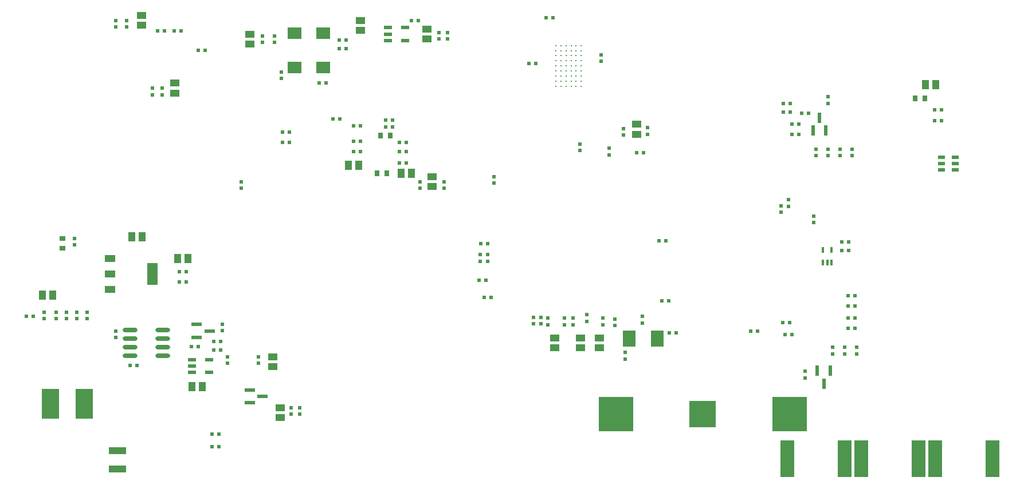
<source format=gbp>
%FSLAX25Y25*%
%MOIN*%
G70*
G01*
G75*
G04 Layer_Color=128*
%ADD10C,0.01000*%
%ADD11R,0.02362X0.01969*%
%ADD12R,0.01969X0.02362*%
%ADD13R,0.04331X0.05512*%
%ADD14R,0.05118X0.02165*%
%ADD15R,0.03150X0.03543*%
%ADD16R,0.02362X0.09843*%
%ADD17R,0.07874X0.21654*%
%ADD18O,0.02362X0.08465*%
%ADD19R,0.03543X0.03150*%
%ADD20R,0.03937X0.04724*%
%ADD21R,0.02165X0.05118*%
%ADD22O,0.06496X0.01181*%
%ADD23O,0.01181X0.06496*%
%ADD24R,0.08858X0.01969*%
%ADD25R,0.15748X0.08071*%
%ADD26R,0.05512X0.04331*%
%ADD27R,0.01575X0.03347*%
%ADD28C,0.01969*%
%ADD29O,0.06693X0.01181*%
%ADD30R,0.01772X0.08268*%
%ADD31O,0.01772X0.08268*%
%ADD32O,0.07087X0.01378*%
%ADD33R,0.01181X0.02953*%
%ADD34R,0.01181X0.03347*%
%ADD35R,0.02953X0.01181*%
%ADD36R,0.03347X0.01181*%
%ADD37R,0.21260X0.21260*%
%ADD38R,0.11024X0.03937*%
%ADD39R,0.03150X0.01181*%
%ADD40R,0.04921X0.15748*%
%ADD41C,0.00500*%
%ADD42C,0.00800*%
%ADD43C,0.01200*%
%ADD44C,0.01190*%
%ADD45C,0.01600*%
%ADD46C,0.02500*%
%ADD47C,0.03000*%
%ADD48C,0.02000*%
%ADD49C,0.01500*%
%ADD50C,0.05906*%
%ADD51R,0.05906X0.05906*%
%ADD52R,0.08661X0.08661*%
%ADD53C,0.04921*%
%ADD54C,0.06299*%
%ADD55C,0.06614*%
%ADD56R,0.05906X0.05906*%
%ADD57C,0.08661*%
%ADD58C,0.05709*%
%ADD59C,0.02000*%
%ADD60C,0.01600*%
%ADD61C,0.03200*%
%ADD62C,0.02600*%
%ADD63C,0.02400*%
%ADD64C,0.15000*%
%ADD65C,0.01800*%
%ADD66C,0.02200*%
%ADD67C,0.03600*%
%ADD68C,0.03000*%
%ADD69C,0.02900*%
%ADD70C,0.00600*%
%ADD71R,0.05900X0.12900*%
%ADD72R,0.05900X0.03900*%
%ADD73R,0.20000X0.20000*%
%ADD74R,0.15590X0.15590*%
%ADD75R,0.05906X0.02362*%
%ADD76R,0.03543X0.02756*%
%ADD77R,0.10236X0.04331*%
%ADD78R,0.07874X0.07087*%
%ADD79R,0.07480X0.09449*%
%ADD80C,0.01181*%
%ADD81R,0.02362X0.05906*%
%ADD82R,0.04331X0.02165*%
%ADD83O,0.08661X0.02362*%
%ADD84R,0.09843X0.17716*%
%ADD85C,0.04000*%
%ADD86C,0.01800*%
%ADD87C,0.05000*%
%ADD88C,0.00984*%
%ADD89C,0.02362*%
%ADD90C,0.00197*%
%ADD91C,0.00787*%
%ADD92C,0.00400*%
%ADD93R,0.01575X0.01181*%
%ADD94R,0.02962X0.02569*%
%ADD95R,0.02569X0.02962*%
%ADD96R,0.04931X0.06112*%
%ADD97R,0.05718X0.02765*%
%ADD98R,0.03750X0.04143*%
%ADD99R,0.02962X0.10443*%
%ADD100R,0.08474X0.22253*%
%ADD101O,0.02962X0.09065*%
%ADD102R,0.04143X0.03750*%
%ADD103R,0.04537X0.05324*%
%ADD104R,0.02765X0.05718*%
%ADD105O,0.07096X0.01781*%
%ADD106O,0.01781X0.07096*%
%ADD107R,0.09458X0.02569*%
%ADD108R,0.16348X0.08671*%
%ADD109R,0.06112X0.04931*%
%ADD110R,0.02175X0.03947*%
%ADD111C,0.02569*%
%ADD112O,0.07293X0.01781*%
%ADD113R,0.02372X0.08868*%
%ADD114O,0.02372X0.08868*%
%ADD115O,0.07687X0.01978*%
%ADD116R,0.01781X0.03553*%
%ADD117R,0.01781X0.03947*%
%ADD118R,0.03553X0.01781*%
%ADD119R,0.03947X0.01781*%
%ADD120R,0.21860X0.21860*%
%ADD121R,0.11624X0.04537*%
%ADD122R,0.03750X0.01781*%
%ADD123R,0.05521X0.16348*%
%ADD124C,0.06506*%
%ADD125R,0.06506X0.06506*%
%ADD126R,0.09261X0.09261*%
%ADD127C,0.05521*%
%ADD128C,0.06899*%
%ADD129C,0.07214*%
%ADD130R,0.06506X0.06506*%
%ADD131C,0.00600*%
%ADD132C,0.09261*%
%ADD133C,0.06309*%
%ADD134C,0.11000*%
%ADD135C,0.01400*%
%ADD136R,0.06500X0.13500*%
%ADD137R,0.06500X0.04500*%
%ADD138R,0.20600X0.20600*%
%ADD139R,0.16190X0.16190*%
%ADD140R,0.06506X0.02962*%
%ADD141R,0.04143X0.03356*%
%ADD142R,0.10836X0.04931*%
%ADD143R,0.08474X0.07687*%
%ADD144R,0.08080X0.10049*%
%ADD145C,0.01781*%
%ADD146R,0.02962X0.06506*%
%ADD147R,0.04931X0.02765*%
%ADD148O,0.09261X0.02962*%
%ADD149R,0.10443X0.18316*%
D11*
X6568Y94600D02*
D03*
X2631D02*
D03*
X531032Y208500D02*
D03*
X534969D02*
D03*
X531032Y215000D02*
D03*
X534969D02*
D03*
X372431Y103500D02*
D03*
X376368D02*
D03*
X111531Y75000D02*
D03*
X115469D02*
D03*
X442531Y91000D02*
D03*
X446468D02*
D03*
X443032Y218500D02*
D03*
X446969D02*
D03*
X443032Y213500D02*
D03*
X446969D02*
D03*
X63032Y66000D02*
D03*
X66969D02*
D03*
X184968Y209500D02*
D03*
X181032D02*
D03*
X173031Y230500D02*
D03*
X176969D02*
D03*
X102532Y249500D02*
D03*
X106468D02*
D03*
X151532Y202000D02*
D03*
X155468D02*
D03*
X211531Y209000D02*
D03*
X215469D02*
D03*
X219531Y184000D02*
D03*
X223468D02*
D03*
X151532Y196000D02*
D03*
X155468D02*
D03*
X193032Y205500D02*
D03*
X196968D02*
D03*
X193063Y196500D02*
D03*
X197000D02*
D03*
X193032Y190500D02*
D03*
X196968D02*
D03*
X211531Y205000D02*
D03*
X215469D02*
D03*
X219531Y196000D02*
D03*
X223468D02*
D03*
X219531Y190500D02*
D03*
X223468D02*
D03*
X82968Y261000D02*
D03*
X79031D02*
D03*
X88532D02*
D03*
X92469D02*
D03*
X98532Y77000D02*
D03*
X102469D02*
D03*
X451968Y206500D02*
D03*
X448032D02*
D03*
X457469Y213000D02*
D03*
X453532D02*
D03*
X448032Y200500D02*
D03*
X451968D02*
D03*
X376532Y85000D02*
D03*
X380469D02*
D03*
X370532Y138500D02*
D03*
X374468D02*
D03*
X184531Y255500D02*
D03*
X188469D02*
D03*
X184531Y250500D02*
D03*
X188469D02*
D03*
X357531Y190000D02*
D03*
X361469D02*
D03*
X308968Y268500D02*
D03*
X305031D02*
D03*
X298969Y242000D02*
D03*
X295031D02*
D03*
X270969Y137000D02*
D03*
X267032D02*
D03*
X269969Y115500D02*
D03*
X266032D02*
D03*
X272969Y105500D02*
D03*
X269032D02*
D03*
X444031Y84000D02*
D03*
X447968D02*
D03*
X480532Y106500D02*
D03*
X484469D02*
D03*
X480532Y100500D02*
D03*
X484469D02*
D03*
X480532Y93500D02*
D03*
X484469D02*
D03*
X480532Y87500D02*
D03*
X484469D02*
D03*
X91581Y114550D02*
D03*
X95518D02*
D03*
X91581Y120550D02*
D03*
X95518D02*
D03*
X115469Y80000D02*
D03*
X111531D02*
D03*
X226532Y267000D02*
D03*
X230469D02*
D03*
X110531Y26000D02*
D03*
X114469D02*
D03*
Y18500D02*
D03*
X110531D02*
D03*
X477032Y133000D02*
D03*
X480969D02*
D03*
X477032Y138000D02*
D03*
X480969D02*
D03*
X427969Y86000D02*
D03*
X424031D02*
D03*
D12*
X13000Y96969D02*
D03*
Y93032D02*
D03*
X20000Y96969D02*
D03*
Y93032D02*
D03*
X26000Y96969D02*
D03*
Y93032D02*
D03*
X32000Y96969D02*
D03*
Y93032D02*
D03*
X38000Y96969D02*
D03*
Y93032D02*
D03*
X351000Y73469D02*
D03*
Y69532D02*
D03*
X361000Y94468D02*
D03*
Y90531D02*
D03*
X446000Y158531D02*
D03*
Y162469D02*
D03*
X469000Y222468D02*
D03*
Y218531D02*
D03*
X441500Y155032D02*
D03*
Y158968D02*
D03*
X127500Y169032D02*
D03*
Y172968D02*
D03*
X140000Y254063D02*
D03*
Y258000D02*
D03*
X147000Y254063D02*
D03*
Y258000D02*
D03*
X231500Y172968D02*
D03*
Y169032D02*
D03*
X54500Y266968D02*
D03*
Y263032D02*
D03*
X61000Y266968D02*
D03*
Y263032D02*
D03*
X116500Y89969D02*
D03*
Y86032D02*
D03*
X76000Y223532D02*
D03*
Y227468D02*
D03*
X81500Y223532D02*
D03*
Y227468D02*
D03*
X30500Y136031D02*
D03*
Y139969D02*
D03*
X338000Y93468D02*
D03*
Y89531D02*
D03*
X345000Y89031D02*
D03*
Y92968D02*
D03*
X151000Y233032D02*
D03*
Y236968D02*
D03*
X320500Y93468D02*
D03*
Y89531D02*
D03*
X306000Y93468D02*
D03*
Y89531D02*
D03*
X297500Y93968D02*
D03*
Y90031D02*
D03*
X328500Y91531D02*
D03*
Y95468D02*
D03*
X302000Y90031D02*
D03*
Y93968D02*
D03*
X462000Y188031D02*
D03*
Y191969D02*
D03*
X469000Y188031D02*
D03*
Y191969D02*
D03*
X476000Y188031D02*
D03*
Y191969D02*
D03*
X483000Y188031D02*
D03*
Y191969D02*
D03*
X350000Y200031D02*
D03*
Y203969D02*
D03*
X364000Y204468D02*
D03*
Y200532D02*
D03*
X341500Y188531D02*
D03*
Y192469D02*
D03*
X324500Y191032D02*
D03*
Y194968D02*
D03*
X337000Y246969D02*
D03*
Y243032D02*
D03*
X274500Y172031D02*
D03*
Y175969D02*
D03*
X271000Y130468D02*
D03*
Y126532D02*
D03*
X266500Y130468D02*
D03*
Y126532D02*
D03*
X245500Y169032D02*
D03*
Y172968D02*
D03*
X455500Y58531D02*
D03*
Y62468D02*
D03*
X471500Y72531D02*
D03*
Y76468D02*
D03*
X478500Y76468D02*
D03*
Y72531D02*
D03*
X485500Y72531D02*
D03*
Y76468D02*
D03*
X315500Y93468D02*
D03*
Y89531D02*
D03*
X137500Y67032D02*
D03*
Y70969D02*
D03*
X119500D02*
D03*
Y67032D02*
D03*
X161744Y41319D02*
D03*
Y37382D02*
D03*
X156744Y41319D02*
D03*
Y37382D02*
D03*
X242500Y259968D02*
D03*
Y256031D02*
D03*
X247500D02*
D03*
Y259968D02*
D03*
X460500Y149031D02*
D03*
Y152969D02*
D03*
X54500Y82032D02*
D03*
Y85969D02*
D03*
D13*
X531453Y229500D02*
D03*
X525547D02*
D03*
X12047Y107000D02*
D03*
X17953D02*
D03*
X69953Y141000D02*
D03*
X64047D02*
D03*
X190079Y182500D02*
D03*
X195984D02*
D03*
X220547Y178000D02*
D03*
X226453D02*
D03*
X104953Y53500D02*
D03*
X99047D02*
D03*
X96503Y128050D02*
D03*
X90597D02*
D03*
D14*
X99079Y61760D02*
D03*
Y65500D02*
D03*
Y69240D02*
D03*
X108921D02*
D03*
Y61760D02*
D03*
X213079Y255260D02*
D03*
Y259000D02*
D03*
Y262740D02*
D03*
X222921D02*
D03*
Y255260D02*
D03*
D15*
X525256Y221500D02*
D03*
X519744D02*
D03*
X208744Y200000D02*
D03*
X214256D02*
D03*
X206744Y178000D02*
D03*
X212256D02*
D03*
D17*
X564732Y11476D02*
D03*
X531268D02*
D03*
X521732D02*
D03*
X488268D02*
D03*
X478732D02*
D03*
X445268D02*
D03*
D26*
X197000Y266953D02*
D03*
Y261047D02*
D03*
X132500Y258984D02*
D03*
Y253079D02*
D03*
X69500Y269953D02*
D03*
Y264047D02*
D03*
X89000Y230453D02*
D03*
Y224547D02*
D03*
X146000Y65047D02*
D03*
Y70953D02*
D03*
X310000Y76047D02*
D03*
Y81953D02*
D03*
X325000Y76047D02*
D03*
Y81953D02*
D03*
X336000Y76047D02*
D03*
Y81953D02*
D03*
X357500Y206453D02*
D03*
Y200547D02*
D03*
X238500Y175953D02*
D03*
Y170047D02*
D03*
X150244Y35398D02*
D03*
Y41303D02*
D03*
X235500Y261953D02*
D03*
Y256047D02*
D03*
D27*
X471059Y133240D02*
D03*
X465941D02*
D03*
Y125760D02*
D03*
X468500D02*
D03*
X471059D02*
D03*
D71*
X75950Y119050D02*
D03*
D72*
X51150D02*
D03*
Y110050D02*
D03*
Y128050D02*
D03*
D73*
X345508Y37500D02*
D03*
X446492D02*
D03*
D74*
X396000D02*
D03*
D75*
X139984Y47850D02*
D03*
X132504Y51591D02*
D03*
Y44110D02*
D03*
X109240Y86000D02*
D03*
X101760Y89740D02*
D03*
Y82260D02*
D03*
D76*
X23500Y134047D02*
D03*
Y139953D02*
D03*
D77*
X55500Y16315D02*
D03*
Y5685D02*
D03*
D78*
X175268Y239500D02*
D03*
Y259500D02*
D03*
X158732D02*
D03*
Y239500D02*
D03*
D79*
X369571Y81500D02*
D03*
X353429D02*
D03*
D80*
X325382Y252311D02*
D03*
X322429D02*
D03*
X319476D02*
D03*
X316524D02*
D03*
X313571D02*
D03*
X310618D02*
D03*
X325382Y249358D02*
D03*
X322429D02*
D03*
X319476D02*
D03*
X316524D02*
D03*
X313571D02*
D03*
X310618D02*
D03*
X325382Y246406D02*
D03*
X322429D02*
D03*
X319476D02*
D03*
X316524D02*
D03*
X313571D02*
D03*
X310618D02*
D03*
X325382Y243453D02*
D03*
X322429D02*
D03*
X319476D02*
D03*
X316524D02*
D03*
X313571D02*
D03*
X310618D02*
D03*
X325382Y240500D02*
D03*
X322429D02*
D03*
X319476D02*
D03*
X316524D02*
D03*
X313571D02*
D03*
X310618D02*
D03*
X325382Y237547D02*
D03*
X322429D02*
D03*
X319476D02*
D03*
X316524D02*
D03*
X313571D02*
D03*
X310618D02*
D03*
X325382Y234594D02*
D03*
X322429D02*
D03*
X319476D02*
D03*
X316524D02*
D03*
X313571D02*
D03*
X310618D02*
D03*
X325382Y231642D02*
D03*
X322429D02*
D03*
X319476D02*
D03*
X316524D02*
D03*
X313571D02*
D03*
X310618D02*
D03*
X325382Y228689D02*
D03*
X322429D02*
D03*
X319476D02*
D03*
X316524D02*
D03*
X313571D02*
D03*
X310618D02*
D03*
D81*
X466500Y55260D02*
D03*
X470240Y62740D02*
D03*
X462760D02*
D03*
X464000Y210240D02*
D03*
X460260Y202760D02*
D03*
X467740D02*
D03*
D82*
X542937Y179760D02*
D03*
Y183500D02*
D03*
Y187240D02*
D03*
X535063D02*
D03*
Y183500D02*
D03*
Y179760D02*
D03*
D83*
X81949Y71500D02*
D03*
Y81500D02*
D03*
Y76500D02*
D03*
Y86500D02*
D03*
X63051Y71500D02*
D03*
Y76500D02*
D03*
Y81500D02*
D03*
Y86500D02*
D03*
D84*
X36342Y43500D02*
D03*
X16657D02*
D03*
M02*

</source>
